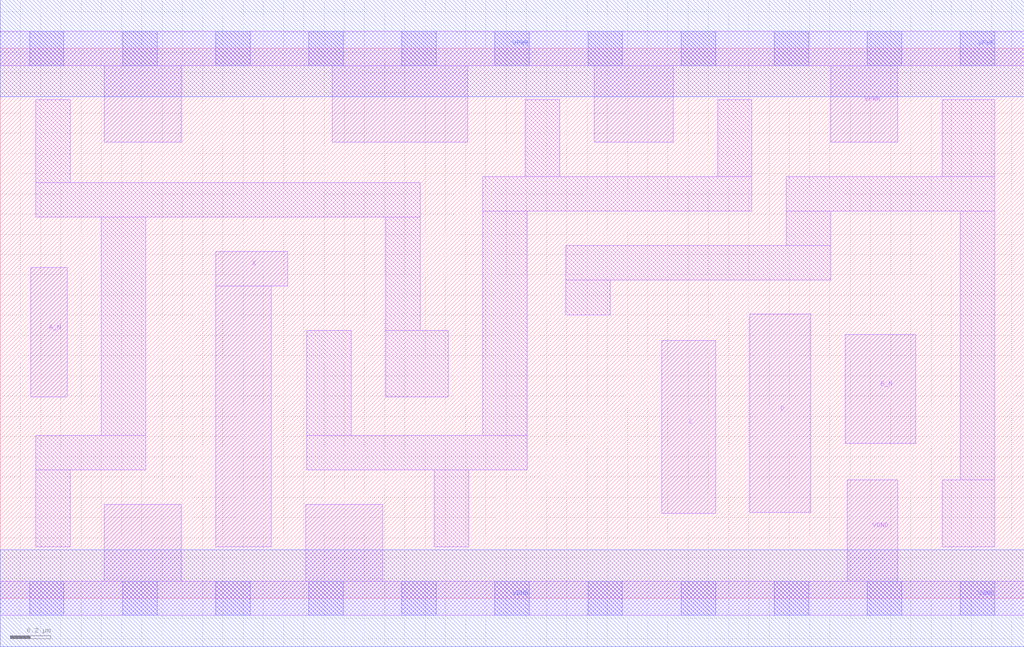
<source format=lef>
# Copyright 2020 The SkyWater PDK Authors
#
# Licensed under the Apache License, Version 2.0 (the "License");
# you may not use this file except in compliance with the License.
# You may obtain a copy of the License at
#
#     https://www.apache.org/licenses/LICENSE-2.0
#
# Unless required by applicable law or agreed to in writing, software
# distributed under the License is distributed on an "AS IS" BASIS,
# WITHOUT WARRANTIES OR CONDITIONS OF ANY KIND, either express or implied.
# See the License for the specific language governing permissions and
# limitations under the License.
#
# SPDX-License-Identifier: Apache-2.0

VERSION 5.7 ;
  NAMESCASESENSITIVE ON ;
  NOWIREEXTENSIONATPIN ON ;
  DIVIDERCHAR "/" ;
  BUSBITCHARS "[]" ;
UNITS
  DATABASE MICRONS 200 ;
END UNITS
PROPERTYDEFINITIONS
  MACRO maskLayoutSubType STRING ;
  MACRO prCellType STRING ;
  MACRO originalViewName STRING ;
END PROPERTYDEFINITIONS
MACRO sky130_fd_sc_hdll__and4bb_2
  CLASS CORE ;
  FOREIGN sky130_fd_sc_hdll__and4bb_2 ;
  ORIGIN  0.000000  0.000000 ;
  SIZE  5.060000 BY  2.720000 ;
  SYMMETRY X Y R90 ;
  SITE unithd ;
  PIN A_N
    ANTENNAGATEAREA  0.138600 ;
    DIRECTION INPUT ;
    USE SIGNAL ;
    PORT
      LAYER li1 ;
        RECT 0.150000 0.995000 0.330000 1.635000 ;
    END
  END A_N
  PIN B_N
    ANTENNAGATEAREA  0.138600 ;
    DIRECTION INPUT ;
    USE SIGNAL ;
    PORT
      LAYER li1 ;
        RECT 4.175000 0.765000 4.525000 1.305000 ;
    END
  END B_N
  PIN C
    ANTENNAGATEAREA  0.138600 ;
    DIRECTION INPUT ;
    USE SIGNAL ;
    PORT
      LAYER li1 ;
        RECT 3.270000 0.420000 3.535000 1.275000 ;
    END
  END C
  PIN D
    ANTENNAGATEAREA  0.138600 ;
    DIRECTION INPUT ;
    USE SIGNAL ;
    PORT
      LAYER li1 ;
        RECT 3.705000 0.425000 4.005000 1.405000 ;
    END
  END D
  PIN VGND
    ANTENNADIFFAREA  0.612550 ;
    DIRECTION INOUT ;
    USE SIGNAL ;
    PORT
      LAYER li1 ;
        RECT 0.000000 -0.085000 5.060000 0.085000 ;
        RECT 0.515000  0.085000 0.895000 0.465000 ;
        RECT 1.510000  0.085000 1.890000 0.465000 ;
        RECT 4.185000  0.085000 4.435000 0.585000 ;
      LAYER mcon ;
        RECT 0.145000 -0.085000 0.315000 0.085000 ;
        RECT 0.605000 -0.085000 0.775000 0.085000 ;
        RECT 1.065000 -0.085000 1.235000 0.085000 ;
        RECT 1.525000 -0.085000 1.695000 0.085000 ;
        RECT 1.985000 -0.085000 2.155000 0.085000 ;
        RECT 2.445000 -0.085000 2.615000 0.085000 ;
        RECT 2.905000 -0.085000 3.075000 0.085000 ;
        RECT 3.365000 -0.085000 3.535000 0.085000 ;
        RECT 3.825000 -0.085000 3.995000 0.085000 ;
        RECT 4.285000 -0.085000 4.455000 0.085000 ;
        RECT 4.745000 -0.085000 4.915000 0.085000 ;
      LAYER met1 ;
        RECT 0.000000 -0.240000 5.060000 0.240000 ;
    END
  END VGND
  PIN VPWR
    ANTENNADIFFAREA  1.299000 ;
    DIRECTION INOUT ;
    USE SIGNAL ;
    PORT
      LAYER li1 ;
        RECT 0.000000 2.635000 5.060000 2.805000 ;
        RECT 0.515000 2.255000 0.895000 2.635000 ;
        RECT 1.640000 2.255000 2.310000 2.635000 ;
        RECT 2.935000 2.255000 3.325000 2.635000 ;
        RECT 4.105000 2.255000 4.435000 2.635000 ;
      LAYER mcon ;
        RECT 0.145000 2.635000 0.315000 2.805000 ;
        RECT 0.605000 2.635000 0.775000 2.805000 ;
        RECT 1.065000 2.635000 1.235000 2.805000 ;
        RECT 1.525000 2.635000 1.695000 2.805000 ;
        RECT 1.985000 2.635000 2.155000 2.805000 ;
        RECT 2.445000 2.635000 2.615000 2.805000 ;
        RECT 2.905000 2.635000 3.075000 2.805000 ;
        RECT 3.365000 2.635000 3.535000 2.805000 ;
        RECT 3.825000 2.635000 3.995000 2.805000 ;
        RECT 4.285000 2.635000 4.455000 2.805000 ;
        RECT 4.745000 2.635000 4.915000 2.805000 ;
      LAYER met1 ;
        RECT 0.000000 2.480000 5.060000 2.960000 ;
    END
  END VPWR
  PIN X
    ANTENNADIFFAREA  0.498000 ;
    DIRECTION OUTPUT ;
    USE SIGNAL ;
    PORT
      LAYER li1 ;
        RECT 1.065000 0.255000 1.340000 1.545000 ;
        RECT 1.065000 1.545000 1.420000 1.715000 ;
    END
  END X
  OBS
    LAYER li1 ;
      RECT 0.175000 0.255000 0.345000 0.635000 ;
      RECT 0.175000 0.635000 0.720000 0.805000 ;
      RECT 0.175000 1.885000 2.075000 2.055000 ;
      RECT 0.175000 2.055000 0.345000 2.465000 ;
      RECT 0.500000 0.805000 0.720000 1.885000 ;
      RECT 1.515000 0.635000 2.605000 0.805000 ;
      RECT 1.515000 0.805000 1.735000 1.325000 ;
      RECT 1.905000 0.995000 2.215000 1.325000 ;
      RECT 1.905000 1.325000 2.075000 1.885000 ;
      RECT 2.145000 0.255000 2.315000 0.635000 ;
      RECT 2.385000 0.805000 2.605000 1.915000 ;
      RECT 2.385000 1.915000 3.715000 2.085000 ;
      RECT 2.595000 2.085000 2.765000 2.465000 ;
      RECT 2.795000 1.400000 3.015000 1.575000 ;
      RECT 2.795000 1.575000 4.105000 1.745000 ;
      RECT 3.545000 2.085000 3.715000 2.465000 ;
      RECT 3.885000 1.745000 4.105000 1.915000 ;
      RECT 3.885000 1.915000 4.915000 2.085000 ;
      RECT 4.655000 0.255000 4.915000 0.585000 ;
      RECT 4.655000 2.085000 4.915000 2.465000 ;
      RECT 4.745000 0.585000 4.915000 1.915000 ;
  END
  PROPERTY maskLayoutSubType "abstract" ;
  PROPERTY prCellType "standard" ;
  PROPERTY originalViewName "layout" ;
END sky130_fd_sc_hdll__and4bb_2

</source>
